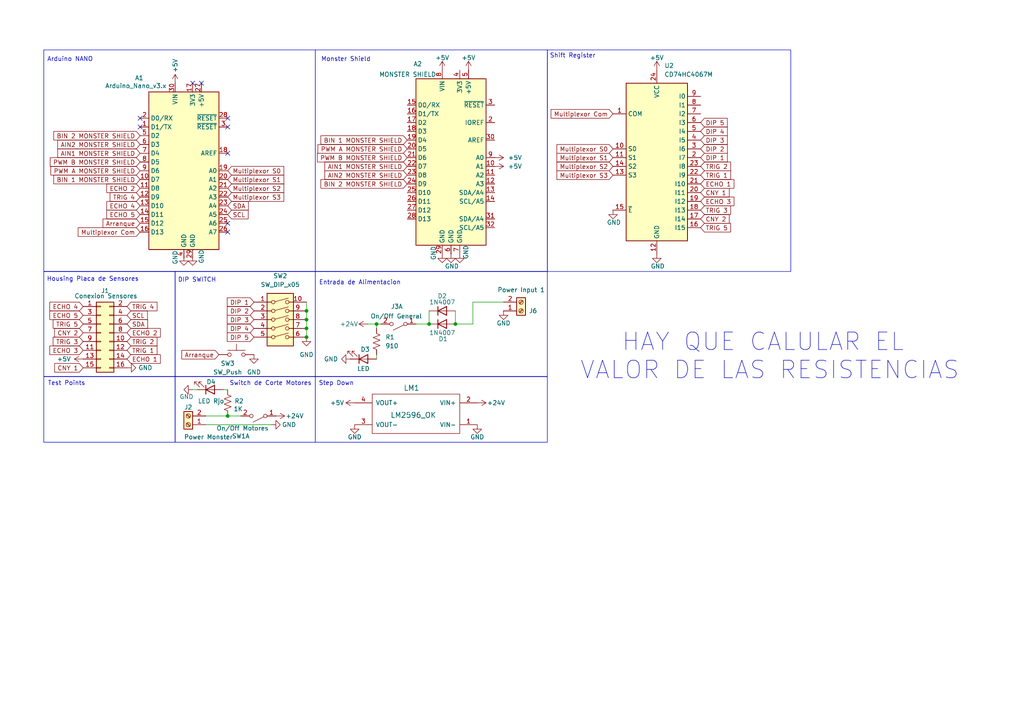
<source format=kicad_sch>
(kicad_sch (version 20231120) (generator "eeschema") (generator_version "8.0")
  (paper "A4")
  (lib_symbols
    (symbol "74xx:CD74HC4067M"
      (property "Reference" "U" (at -8.89 22.86 0))
      (property "Value" "CD74HC4067M" (at 1.27 22.86 0))
      (symbol "CD74HC4067M_0_1"
        (rectangle (start -8.89 21.59) (end 8.89 -24.13) (stroke (width 0.254)) (fill (type background)))
      )
      (symbol "CD74HC4067M_1_1"
        (pin passive line (at -12.7 12.7 0) (length 3.81) (name "COM") (number "1"))
        (pin input line (at -12.7 2.54 0) (length 3.81) (name "S0") (number "10"))
        (pin input line (at -12.7 0 0) (length 3.81) (name "S1") (number "11"))
        (pin power_in line (at 0 -27.94 90) (length 3.81) (name "GND") (number "12"))
        (pin input line (at -12.7 -5.08 0) (length 3.81) (name "S3") (number "13"))
        (pin input line (at -12.7 -2.54 0) (length 3.81) (name "S2") (number "14"))
        (pin input line (at -12.7 -15.24 0) (length 3.81) (name "~{E}") (number "15"))
        (pin passive line (at 12.7 -20.32 180) (length 3.81) (name "I15") (number "16"))
        (pin passive line (at 12.7 -17.78 180) (length 3.81) (name "I14") (number "17"))
        (pin passive line (at 12.7 -15.24 180) (length 3.81) (name "I13") (number "18"))
        (pin passive line (at 12.7 -12.7 180) (length 3.81) (name "I12") (number "19"))
        (pin passive line (at 12.7 0 180) (length 3.81) (name "I7") (number "2"))
        (pin passive line (at 12.7 -10.16 180) (length 3.81) (name "I11") (number "20"))
        (pin passive line (at 12.7 -7.62 180) (length 3.81) (name "I10") (number "21"))
        (pin passive line (at 12.7 -5.08 180) (length 3.81) (name "I9") (number "22"))
        (pin passive line (at 12.7 -2.54 180) (length 3.81) (name "I8") (number "23"))
        (pin power_in line (at 0 25.4 270) (length 3.81) (name "VCC") (number "24"))
        (pin passive line (at 12.7 2.54 180) (length 3.81) (name "I6") (number "3"))
        (pin passive line (at 12.7 5.08 180) (length 3.81) (name "I5") (number "4"))
        (pin passive line (at 12.7 7.62 180) (length 3.81) (name "I4") (number "5"))
        (pin passive line (at 12.7 10.16 180) (length 3.81) (name "I3") (number "6"))
        (pin passive line (at 12.7 12.7 180) (length 3.81) (name "I2") (number "7"))
        (pin passive line (at 12.7 15.24 180) (length 3.81) (name "I1") (number "8"))
        (pin passive line (at 12.7 17.78 180) (length 3.81) (name "I0") (number "9"))
      )
    )
    (symbol "Connector:Screw_Terminal_01x02" (pin_names (offset 1.016) hide)
      (property "Reference" "J" (at 0 2.54 0))
      (property "Value" "Screw_Terminal_01x02" (at 0 -5.08 0))
      (symbol "Screw_Terminal_01x02_1_1"
        (rectangle (start -1.27 1.27) (end 1.27 -3.81) (stroke (width 0.254)) (fill (type background)))
        (circle (center 0 -2.54) (radius 0.635) (stroke (width 0.1524)))
        (polyline (pts (xy -0.5334 -2.2098) (xy 0.3302 -3.048)) (stroke (width 0.1524)))
        (polyline (pts (xy -0.5334 0.3302) (xy 0.3302 -0.508)) (stroke (width 0.1524)))
        (polyline (pts (xy -0.3556 -2.032) (xy 0.508 -2.8702)) (stroke (width 0.1524)))
        (polyline (pts (xy -0.3556 0.508) (xy 0.508 -0.3302)) (stroke (width 0.1524)))
        (circle (center 0 0) (radius 0.635) (stroke (width 0.1524)))
        (pin passive line (at -5.08 0 0) (length 3.81) (name "Pin_1") (number "1"))
        (pin passive line (at -5.08 -2.54 0) (length 3.81) (name "Pin_2") (number "2"))
      )
    )
    (symbol "Connector_Generic:Conn_02x08_Odd_Even" (pin_names (offset 1.016) hide)
      (property "Reference" "J" (at 1.27 10.16 0))
      (property "Value" "Conn_02x08_Odd_Even" (at 1.27 -12.7 0))
      (symbol "Conn_02x08_Odd_Even_1_1"
        (rectangle (start -1.27 -10.033) (end 0 -10.287) (stroke (width 0.1524)))
        (rectangle (start -1.27 -7.493) (end 0 -7.747) (stroke (width 0.1524)))
        (rectangle (start -1.27 -4.953) (end 0 -5.207) (stroke (width 0.1524)))
        (rectangle (start -1.27 -2.413) (end 0 -2.667) (stroke (width 0.1524)))
        (rectangle (start -1.27 0.127) (end 0 -0.127) (stroke (width 0.1524)))
        (rectangle (start -1.27 2.667) (end 0 2.413) (stroke (width 0.1524)))
        (rectangle (start -1.27 5.207) (end 0 4.953) (stroke (width 0.1524)))
        (rectangle (start -1.27 7.747) (end 0 7.493) (stroke (width 0.1524)))
        (rectangle (start -1.27 8.89) (end 3.81 -11.43) (stroke (width 0.254)) (fill (type background)))
        (rectangle (start 3.81 -10.033) (end 2.54 -10.287) (stroke (width 0.1524)))
        (rectangle (start 3.81 -7.493) (end 2.54 -7.747) (stroke (width 0.1524)))
        (rectangle (start 3.81 -4.953) (end 2.54 -5.207) (stroke (width 0.1524)))
        (rectangle (start 3.81 -2.413) (end 2.54 -2.667) (stroke (width 0.1524)))
        (rectangle (start 3.81 0.127) (end 2.54 -0.127) (stroke (width 0.1524)))
        (rectangle (start 3.81 2.667) (end 2.54 2.413) (stroke (width 0.1524)))
        (rectangle (start 3.81 5.207) (end 2.54 4.953) (stroke (width 0.1524)))
        (rectangle (start 3.81 7.747) (end 2.54 7.493) (stroke (width 0.1524)))
        (pin passive line (at -5.08 7.62 0) (length 3.81) (name "Pin_1") (number "1"))
        (pin passive line (at 7.62 -2.54 180) (length 3.81) (name "Pin_10") (number "10"))
        (pin passive line (at -5.08 -5.08 0) (length 3.81) (name "Pin_11") (number "11"))
        (pin passive line (at 7.62 -5.08 180) (length 3.81) (name "Pin_12") (number "12"))
        (pin passive line (at -5.08 -7.62 0) (length 3.81) (name "Pin_13") (number "13"))
        (pin passive line (at 7.62 -7.62 180) (length 3.81) (name "Pin_14") (number "14"))
        (pin passive line (at -5.08 -10.16 0) (length 3.81) (name "Pin_15") (number "15"))
        (pin passive line (at 7.62 -10.16 180) (length 3.81) (name "Pin_16") (number "16"))
        (pin passive line (at 7.62 7.62 180) (length 3.81) (name "Pin_2") (number "2"))
        (pin passive line (at -5.08 5.08 0) (length 3.81) (name "Pin_3") (number "3"))
        (pin passive line (at 7.62 5.08 180) (length 3.81) (name "Pin_4") (number "4"))
        (pin passive line (at -5.08 2.54 0) (length 3.81) (name "Pin_5") (number "5"))
        (pin passive line (at 7.62 2.54 180) (length 3.81) (name "Pin_6") (number "6"))
        (pin passive line (at -5.08 0 0) (length 3.81) (name "Pin_7") (number "7"))
        (pin passive line (at 7.62 0 180) (length 3.81) (name "Pin_8") (number "8"))
        (pin passive line (at -5.08 -2.54 0) (length 3.81) (name "Pin_9") (number "9"))
      )
    )
    (symbol "Device:LED" (pin_numbers hide) (pin_names (offset 1.016) hide)
      (property "Reference" "D" (at 0 2.54 0))
      (property "Value" "LED" (at 0 -2.54 0))
      (symbol "LED_0_1"
        (polyline (pts (xy -1.27 -1.27) (xy -1.27 1.27)) (stroke (width 0.254)))
        (polyline (pts (xy -1.27 0) (xy 1.27 0)))
        (polyline (pts (xy 1.27 -1.27) (xy 1.27 1.27) (xy -1.27 0) (xy 1.27 -1.27)) (stroke (width 0.254)))
        (polyline (pts (xy -3.048 -0.762) (xy -4.572 -2.286) (xy -3.81 -2.286) (xy -4.572 -2.286) (xy -4.572 -1.524)))
        (polyline (pts (xy -1.778 -0.762) (xy -3.302 -2.286) (xy -2.54 -2.286) (xy -3.302 -2.286) (xy -3.302 -1.524)))
      )
      (symbol "LED_1_1"
        (pin passive line (at -3.81 0 0) (length 2.54) (name "K") (number "1"))
        (pin passive line (at 3.81 0 180) (length 2.54) (name "A") (number "2"))
      )
    )
    (symbol "Device:R_US" (pin_numbers hide) (pin_names (offset 0))
      (property "Reference" "R" (at 2.54 0 90))
      (property "Value" "R_US" (at -2.54 0 90))
      (symbol "R_US_0_1"
        (polyline (pts (xy 0 -2.286) (xy 0 -2.54)))
        (polyline (pts (xy 0 2.286) (xy 0 2.54)))
        (polyline (pts (xy 0 -0.762) (xy 1.016 -1.143) (xy 0 -1.524) (xy -1.016 -1.905) (xy 0 -2.286)))
        (polyline (pts (xy 0 0.762) (xy 1.016 0.381) (xy 0 0) (xy -1.016 -0.381) (xy 0 -0.762)))
        (polyline (pts (xy 0 2.286) (xy 1.016 1.905) (xy 0 1.524) (xy -1.016 1.143) (xy 0 0.762)))
      )
      (symbol "R_US_1_1"
        (pin passive line (at 0 3.81 270) (length 1.27) (name "~") (number "1"))
        (pin passive line (at 0 -3.81 90) (length 1.27) (name "~") (number "2"))
      )
    )
    (symbol "Diode:1N4007" (pin_numbers hide) (pin_names hide)
      (property "Reference" "D" (at 0 2.54 0))
      (property "Value" "1N4007" (at 0 -2.54 0))
      (symbol "1N4007_0_1"
        (polyline (pts (xy -1.27 1.27) (xy -1.27 -1.27)) (stroke (width 0.254)))
        (polyline (pts (xy 1.27 0) (xy -1.27 0)))
        (polyline (pts (xy 1.27 1.27) (xy 1.27 -1.27) (xy -1.27 0) (xy 1.27 1.27)) (stroke (width 0.254)))
      )
      (symbol "1N4007_1_1"
        (pin passive line (at -3.81 0 0) (length 2.54) (name "K") (number "1"))
        (pin passive line (at 3.81 0 180) (length 2.54) (name "A") (number "2"))
      )
    )
    (symbol "LM2596:LM2596_OK" (pin_names (offset 1.016))
      (property "Reference" "LM1" (at 7.366 -1.524 90))
      (property "Value" "LM2596_OK" (at 4.572 -1.27 90))
      (symbol "LM2596_OK_0_1"
        (rectangle (start -8.89 11.43) (end 2.54 -13.97))
      )
      (symbol "LM2596_OK_1_1"
        (pin input line (at 0 -19.05 90) (length 5.08) (name "VIN-") (number "1"))
        (pin input line (at -6.35 -19.05 90) (length 5.08) (name "VIN+") (number "2"))
        (pin input line (at 0 16.51 270) (length 5.08) (name "VOUT-") (number "3"))
        (pin input line (at -6.35 16.51 270) (length 5.08) (name "VOUT+") (number "4"))
      )
    )
    (symbol "MCU_Module:Arduino_Nano_v3.x"
      (property "Reference" "A" (at -10.16 23.495 0))
      (property "Value" "Arduino_Nano_v3.x" (at 5.08 -24.13 0))
      (symbol "Arduino_Nano_v3.x_0_1"
        (rectangle (start -10.16 22.86) (end 10.16 -22.86) (stroke (width 0.254)) (fill (type background)))
      )
      (symbol "Arduino_Nano_v3.x_1_1"
        (pin bidirectional line (at -12.7 12.7 0) (length 2.54) (name "D1/TX") (number "1"))
        (pin bidirectional line (at -12.7 -2.54 0) (length 2.54) (name "D7") (number "10"))
        (pin bidirectional line (at -12.7 -5.08 0) (length 2.54) (name "D8") (number "11"))
        (pin bidirectional line (at -12.7 -7.62 0) (length 2.54) (name "D9") (number "12"))
        (pin bidirectional line (at -12.7 -10.16 0) (length 2.54) (name "D10") (number "13"))
        (pin bidirectional line (at -12.7 -12.7 0) (length 2.54) (name "D11") (number "14"))
        (pin bidirectional line (at -12.7 -15.24 0) (length 2.54) (name "D12") (number "15"))
        (pin bidirectional line (at -12.7 -17.78 0) (length 2.54) (name "D13") (number "16"))
        (pin power_out line (at 2.54 25.4 270) (length 2.54) (name "3V3") (number "17"))
        (pin input line (at 12.7 5.08 180) (length 2.54) (name "AREF") (number "18"))
        (pin bidirectional line (at 12.7 0 180) (length 2.54) (name "A0") (number "19"))
        (pin bidirectional line (at -12.7 15.24 0) (length 2.54) (name "D0/RX") (number "2"))
        (pin bidirectional line (at 12.7 -2.54 180) (length 2.54) (name "A1") (number "20"))
        (pin bidirectional line (at 12.7 -5.08 180) (length 2.54) (name "A2") (number "21"))
        (pin bidirectional line (at 12.7 -7.62 180) (length 2.54) (name "A3") (number "22"))
        (pin bidirectional line (at 12.7 -10.16 180) (length 2.54) (name "A4") (number "23"))
        (pin bidirectional line (at 12.7 -12.7 180) (length 2.54) (name "A5") (number "24"))
        (pin bidirectional line (at 12.7 -15.24 180) (length 2.54) (name "A6") (number "25"))
        (pin bidirectional line (at 12.7 -17.78 180) (length 2.54) (name "A7") (number "26"))
        (pin power_out line (at 5.08 25.4 270) (length 2.54) (name "+5V") (number "27"))
        (pin input line (at 12.7 15.24 180) (length 2.54) (name "~{RESET}") (number "28"))
        (pin power_in line (at 2.54 -25.4 90) (length 2.54) (name "GND") (number "29"))
        (pin input line (at 12.7 12.7 180) (length 2.54) (name "~{RESET}") (number "3"))
        (pin power_in line (at -2.54 25.4 270) (length 2.54) (name "VIN") (number "30"))
        (pin power_in line (at 0 -25.4 90) (length 2.54) (name "GND") (number "4"))
        (pin bidirectional line (at -12.7 10.16 0) (length 2.54) (name "D2") (number "5"))
        (pin bidirectional line (at -12.7 7.62 0) (length 2.54) (name "D3") (number "6"))
        (pin bidirectional line (at -12.7 5.08 0) (length 2.54) (name "D4") (number "7"))
        (pin bidirectional line (at -12.7 2.54 0) (length 2.54) (name "D5") (number "8"))
        (pin bidirectional line (at -12.7 0 0) (length 2.54) (name "D6") (number "9"))
      )
    )
    (symbol "MCU_Module:Arduino_UNO_R3"
      (property "Reference" "A" (at -10.16 23.495 0))
      (property "Value" "Arduino_UNO_R3" (at 5.08 -26.67 0))
      (symbol "Arduino_UNO_R3_0_1"
        (rectangle (start -10.16 22.86) (end 10.16 -25.4) (stroke (width 0.254)) (fill (type background)))
      )
      (symbol "Arduino_UNO_R3_1_1"
        (pin no_connect line (at -10.16 -20.32 0) (length 2.54) hide (name "NC") (number "1"))
        (pin bidirectional line (at 12.7 -2.54 180) (length 2.54) (name "A1") (number "10"))
        (pin bidirectional line (at 12.7 -5.08 180) (length 2.54) (name "A2") (number "11"))
        (pin bidirectional line (at 12.7 -7.62 180) (length 2.54) (name "A3") (number "12"))
        (pin bidirectional line (at 12.7 -10.16 180) (length 2.54) (name "SDA/A4") (number "13"))
        (pin bidirectional line (at 12.7 -12.7 180) (length 2.54) (name "SCL/A5") (number "14"))
        (pin bidirectional line (at -12.7 15.24 0) (length 2.54) (name "D0/RX") (number "15"))
        (pin bidirectional line (at -12.7 12.7 0) (length 2.54) (name "D1/TX") (number "16"))
        (pin bidirectional line (at -12.7 10.16 0) (length 2.54) (name "D2") (number "17"))
        (pin bidirectional line (at -12.7 7.62 0) (length 2.54) (name "D3") (number "18"))
        (pin bidirectional line (at -12.7 5.08 0) (length 2.54) (name "D4") (number "19"))
        (pin output line (at 12.7 10.16 180) (length 2.54) (name "IOREF") (number "2"))
        (pin bidirectional line (at -12.7 2.54 0) (length 2.54) (name "D5") (number "20"))
        (pin bidirectional line (at -12.7 0 0) (length 2.54) (name "D6") (number "21"))
        (pin bidirectional line (at -12.7 -2.54 0) (length 2.54) (name "D7") (number "22"))
        (pin bidirectional line (at -12.7 -5.08 0) (length 2.54) (name "D8") (number "23"))
        (pin bidirectional line (at -12.7 -7.62 0) (length 2.54) (name "D9") (number "24"))
        (pin bidirectional line (at -12.7 -10.16 0) (length 2.54) (name "D10") (number "25"))
        (pin bidirectional line (at -12.7 -12.7 0) (length 2.54) (name "D11") (number "26"))
        (pin bidirectional line (at -12.7 -15.24 0) (length 2.54) (name "D12") (number "27"))
        (pin bidirectional line (at -12.7 -17.78 0) (length 2.54) (name "D13") (number "28"))
        (pin power_in line (at -2.54 -27.94 90) (length 2.54) (name "GND") (number "29"))
        (pin input line (at 12.7 15.24 180) (length 2.54) (name "~{RESET}") (number "3"))
        (pin input line (at 12.7 5.08 180) (length 2.54) (name "AREF") (number "30"))
        (pin bidirectional line (at 12.7 -17.78 180) (length 2.54) (name "SDA/A4") (number "31"))
        (pin bidirectional line (at 12.7 -20.32 180) (length 2.54) (name "SCL/A5") (number "32"))
        (pin power_out line (at 2.54 25.4 270) (length 2.54) (name "3V3") (number "4"))
        (pin power_out line (at 5.08 25.4 270) (length 2.54) (name "+5V") (number "5"))
        (pin power_in line (at 0 -27.94 90) (length 2.54) (name "GND") (number "6"))
        (pin power_in line (at 2.54 -27.94 90) (length 2.54) (name "GND") (number "7"))
        (pin power_in line (at -2.54 25.4 270) (length 2.54) (name "VIN") (number "8"))
        (pin bidirectional line (at 12.7 0 180) (length 2.54) (name "A0") (number "9"))
      )
    )
    (symbol "Switch:SW_DIP_x05" (pin_names (offset 0) hide)
      (property "Reference" "SW" (at 0 8.89 0))
      (property "Value" "SW_DIP_x05" (at 0 -8.89 0))
      (symbol "SW_DIP_x05_0_0"
        (circle (center -2.032 -5.08) (radius 0.508))
        (circle (center -2.032 -2.54) (radius 0.508))
        (circle (center -2.032 0) (radius 0.508))
        (circle (center -2.032 2.54) (radius 0.508))
        (circle (center -2.032 5.08) (radius 0.508))
        (polyline (pts (xy -1.524 -4.9276) (xy 2.3622 -3.8862)))
        (polyline (pts (xy -1.524 -2.3876) (xy 2.3622 -1.3462)))
        (polyline (pts (xy -1.524 0.127) (xy 2.3622 1.1684)))
        (polyline (pts (xy -1.524 2.667) (xy 2.3622 3.7084)))
        (polyline (pts (xy -1.524 5.207) (xy 2.3622 6.2484)))
        (circle (center 2.032 -5.08) (radius 0.508))
        (circle (center 2.032 -2.54) (radius 0.508))
        (circle (center 2.032 0) (radius 0.508))
        (circle (center 2.032 2.54) (radius 0.508))
        (circle (center 2.032 5.08) (radius 0.508))
      )
      (symbol "SW_DIP_x05_0_1"
        (rectangle (start -3.81 7.62) (end 3.81 -7.62) (stroke (width 0.254)) (fill (type background)))
      )
      (symbol "SW_DIP_x05_1_1"
        (pin passive line (at -7.62 5.08 0) (length 5.08) (name "~") (number "1"))
        (pin passive line (at 7.62 5.08 180) (length 5.08) (name "~") (number "10"))
        (pin passive line (at -7.62 2.54 0) (length 5.08) (name "~") (number "2"))
        (pin passive line (at -7.62 0 0) (length 5.08) (name "~") (number "3"))
        (pin passive line (at -7.62 -2.54 0) (length 5.08) (name "~") (number "4"))
        (pin passive line (at -7.62 -5.08 0) (length 5.08) (name "~") (number "5"))
        (pin passive line (at 7.62 -5.08 180) (length 5.08) (name "~") (number "6"))
        (pin passive line (at 7.62 -2.54 180) (length 5.08) (name "~") (number "7"))
        (pin passive line (at 7.62 0 180) (length 5.08) (name "~") (number "8"))
        (pin passive line (at 7.62 2.54 180) (length 5.08) (name "~") (number "9"))
      )
    )
    (symbol "Switch:SW_DPST_x2" (pin_names (offset 0) hide)
      (property "Reference" "SW" (at 0 3.175 0))
      (property "Value" "SW_DPST_x2" (at 0 -2.54 0))
      (symbol "SW_DPST_x2_0_0"
        (circle (center -2.032 0) (radius 0.508))
        (polyline (pts (xy -1.524 0.254) (xy 1.524 1.778)))
        (circle (center 2.032 0) (radius 0.508))
      )
      (symbol "SW_DPST_x2_1_1"
        (pin passive line (at -5.08 0 0) (length 2.54) (name "A") (number "1"))
        (pin passive line (at 5.08 0 180) (length 2.54) (name "B") (number "2"))
      )
      (symbol "SW_DPST_x2_2_1"
        (pin passive line (at -5.08 0 0) (length 2.54) (name "A") (number "3"))
        (pin passive line (at 5.08 0 180) (length 2.54) (name "B") (number "4"))
      )
    )
    (symbol "Switch:SW_Push" (pin_numbers hide) (pin_names (offset 1.016) hide)
      (property "Reference" "SW" (at 1.27 2.54 0))
      (property "Value" "SW_Push" (at 0 -1.524 0))
      (symbol "SW_Push_0_1"
        (circle (center -2.032 0) (radius 0.508))
        (polyline (pts (xy 0 1.27) (xy 0 3.048)))
        (polyline (pts (xy 2.54 1.27) (xy -2.54 1.27)))
        (circle (center 2.032 0) (radius 0.508))
        (pin passive line (at -5.08 0 0) (length 2.54) (name "1") (number "1"))
        (pin passive line (at 5.08 0 180) (length 2.54) (name "2") (number "2"))
      )
    )
    (symbol "power:+24V" (power) (pin_numbers hide) (pin_names (offset 0) hide)
      (property "Value" "+24V" (at 0 3.556 0))
      (symbol "+24V_0_1"
        (polyline (pts (xy -0.762 1.27) (xy 0 2.54)))
        (polyline (pts (xy 0 0) (xy 0 2.54)))
        (polyline (pts (xy 0 2.54) (xy 0.762 1.27)))
      )
      (symbol "+24V_1_1"
        (pin power_in line (at 0 0 90) (length 0) (name "~") (number "1"))
      )
    )
    (symbol "power:+5V" (power) (pin_numbers hide) (pin_names (offset 0) hide)
      (property "Value" "+5V" (at 0 3.556 0))
      (symbol "+5V_0_1"
        (polyline (pts (xy -0.762 1.27) (xy 0 2.54)))
        (polyline (pts (xy 0 0) (xy 0 2.54)))
        (polyline (pts (xy 0 2.54) (xy 0.762 1.27)))
      )
      (symbol "+5V_1_1"
        (pin power_in line (at 0 0 90) (length 0) (name "~") (number "1"))
      )
    )
    (symbol "power:GND" (power) (pin_numbers hide) (pin_names (offset 0) hide)
      (property "Value" "GND" (at 0 -3.81 0))
      (symbol "GND_0_1"
        (polyline (pts (xy 0 0) (xy 0 -1.27) (xy 1.27 -1.27) (xy 0 -2.54) (xy -1.27 -1.27) (xy 0 -1.27)))
      )
      (symbol "GND_1_1"
        (pin power_in line (at 0 0 270) (length 0) (name "~") (number "1"))
      )
    )
  )
  (junction (at 88.9 92.71))
  (junction (at 124.46 93.98))
  (junction (at 88.9 90.17))
  (junction (at 109.22 93.98))
  (junction (at 132.08 93.98))
  (junction (at 66.04 120.65))
  (junction (at 88.9 95.25))
  (junction (at 88.9 97.79))
  (no_connect (at 66.04 36.83))
  (no_connect (at 40.64 34.29))
  (no_connect (at 66.04 64.77))
  (no_connect (at 55.88 24.13))
  (no_connect (at 66.04 67.31))
  (no_connect (at 66.04 44.45))
  (no_connect (at 40.64 36.83))
  (no_connect (at 58.42 24.13))
  (no_connect (at 66.04 34.29))
  (wire (pts (xy 88.9 95.25) (xy 88.9 97.79)))
  (wire (pts (xy 146.05 87.63) (xy 137.16 87.63)))
  (wire (pts (xy 53.34 74.93) (xy 53.34 74.422)))
  (wire (pts (xy 106.68 93.98) (xy 109.22 93.98)))
  (wire (pts (xy 59.69 120.65) (xy 66.04 120.65)))
  (wire (pts (xy 109.22 93.98) (xy 110.49 93.98)))
  (wire (pts (xy 132.08 93.98) (xy 137.16 93.98)))
  (wire (pts (xy 88.9 92.71) (xy 88.9 95.25)))
  (wire (pts (xy 109.22 95.25) (xy 109.22 93.98)))
  (wire (pts (xy 124.46 90.17) (xy 124.46 93.98)))
  (wire (pts (xy 88.9 87.63) (xy 88.9 90.17)))
  (wire (pts (xy 109.22 102.87) (xy 109.22 104.14)))
  (wire (pts (xy 132.08 90.17) (xy 132.08 93.98)))
  (wire (pts (xy 78.74 123.19) (xy 59.69 123.19)))
  (wire (pts (xy 55.88 74.93) (xy 55.88 74.422)))
  (wire (pts (xy 66.04 120.65) (xy 69.85 120.65)))
  (wire (pts (xy 57.15 113.03) (xy 55.88 113.03)))
  (wire (pts (xy 66.04 113.03) (xy 64.77 113.03)))
  (wire (pts (xy 120.65 93.98) (xy 124.46 93.98)))
  (wire (pts (xy 88.9 90.17) (xy 88.9 92.71)))
  (wire (pts (xy 137.16 87.63) (xy 137.16 93.98)))
  (rectangle (start 50.8 78.74) (end 91.44 109.22))
  (rectangle (start 12.7 14.478) (end 91.44 78.74))
  (rectangle (start 91.44 109.22) (end 158.75 128.27))
  (rectangle (start 91.44 78.74) (end 158.75 109.22))
  (rectangle (start 12.7 109.22) (end 50.8 128.27))
  (rectangle (start 158.75 14.478) (end 229.362 78.74))
  (rectangle (start 50.8 109.22) (end 91.44 128.27))
  (rectangle (start 91.44 14.478) (end 158.75 78.74))
  (rectangle (start 12.7 78.74) (end 50.8 109.22))
  (text "Switch de Corte Motores" (at 78.486 111.252 0) (effects (font (size 1.27 1.27))))
  (text "Entrada de Alimentacion" (at 104.394 82.042 0) (effects (font (size 1.27 1.27))))
  (text "Shift Register" (at 166.116 16.256 0) (effects (font (size 1.27 1.27))))
  (text "Test Points\n" (at 19.304 111.252 0) (effects (font (size 1.27 1.27))))
  (text "Step Down\n" (at 97.536 111.252 0) (effects (font (size 1.27 1.27))))
  (text "Housing Placa de Sensores" (at 26.924 81.026 0) (effects (font (size 1.27 1.27))))
  (text "HAY QUE CALULAR EL \nVALOR DE LAS RESISTENCIAS" (at 223.266 103.378 0) (effects (font (size 5.08 5.08))))
  (text "Monster Shield\n" (at 100.33 17.272 0) (effects (font (size 1.27 1.27))))
  (text "Arduino NANO\n" (at 20.32 17.272 0) (effects (font (size 1.27 1.27))))
  (text "DIP SWITCH" (at 57.15 81.28 0) (effects (font (size 1.27 1.27))))
  (global_label "ECHO 2" (shape input) (at 36.83 96.52 0) (property "Intersheetrefs" "${INTERSHEET_REFS}" (effects (hide yes))))
  (global_label "TRIG 3" (shape input) (at 203.2 60.96 0) (property "Intersheetrefs" "${INTERSHEET_REFS}" (effects (hide yes))))
  (global_label "CNY 1" (shape input) (at 24.13 106.68 180) (property "Intersheetrefs" "${INTERSHEET_REFS}" (effects (hide yes))))
  (global_label "Multiplexor S2" (shape input) (at 177.8 48.26 180) (property "Intersheetrefs" "${INTERSHEET_REFS}" (effects (hide yes))))
  (global_label "ECHO 2" (shape input) (at 40.64 54.61 180) (property "Intersheetrefs" "${INTERSHEET_REFS}" (effects (hide yes))))
  (global_label "Multiplexor Com" (shape input) (at 177.8 33.02 180) (property "Intersheetrefs" "${INTERSHEET_REFS}" (effects (hide yes))))
  (global_label "TRIG 1" (shape input) (at 36.83 101.6 0) (property "Intersheetrefs" "${INTERSHEET_REFS}" (effects (hide yes))))
  (global_label "SDA" (shape input) (at 36.83 93.98 0) (property "Intersheetrefs" "${INTERSHEET_REFS}" (effects (hide yes))))
  (global_label "SCL" (shape input) (at 36.83 91.44 0) (property "Intersheetrefs" "${INTERSHEET_REFS}" (effects (hide yes))))
  (global_label "ECHO 4" (shape input) (at 24.13 88.9 180) (property "Intersheetrefs" "${INTERSHEET_REFS}" (effects (hide yes))))
  (global_label "BIN 1 MONSTER SHIELD" (shape input) (at 118.11 40.64 180) (property "Intersheetrefs" "${INTERSHEET_REFS}" (effects (hide yes))))
  (global_label "BIN 2 MONSTER SHIELD" (shape input) (at 40.64 39.37 180) (property "Intersheetrefs" "${INTERSHEET_REFS}" (effects (hide yes))))
  (global_label "TRIG 5" (shape input) (at 203.2 66.04 0) (property "Intersheetrefs" "${INTERSHEET_REFS}" (effects (hide yes))))
  (global_label "DIP 1" (shape input) (at 203.2 45.72 0) (property "Intersheetrefs" "${INTERSHEET_REFS}" (effects (hide yes))))
  (global_label "ECHO 4" (shape input) (at 40.64 59.69 180) (property "Intersheetrefs" "${INTERSHEET_REFS}" (effects (hide yes))))
  (global_label "Arranque" (shape input) (at 40.64 64.77 180) (property "Intersheetrefs" "${INTERSHEET_REFS}" (effects (hide yes))))
  (global_label "DIP 2" (shape input) (at 73.66 90.17 180) (property "Intersheetrefs" "${INTERSHEET_REFS}" (effects (hide yes))))
  (global_label "Multiplexor S3" (shape input) (at 177.8 50.8 180) (property "Intersheetrefs" "${INTERSHEET_REFS}" (effects (hide yes))))
  (global_label "TRIG 2" (shape input) (at 203.2 48.26 0) (property "Intersheetrefs" "${INTERSHEET_REFS}" (effects (hide yes))))
  (global_label "Multiplexor S0" (shape input) (at 177.8 43.18 180) (property "Intersheetrefs" "${INTERSHEET_REFS}" (effects (hide yes))))
  (global_label "PWM B MONSTER SHIELD" (shape input) (at 40.64 46.99 180) (property "Intersheetrefs" "${INTERSHEET_REFS}" (effects (hide yes))))
  (global_label "TRIG 3" (shape input) (at 24.13 99.06 180) (property "Intersheetrefs" "${INTERSHEET_REFS}" (effects (hide yes))))
  (global_label "PWM A MONSTER SHIELD" (shape input) (at 118.11 43.18 180) (property "Intersheetrefs" "${INTERSHEET_REFS}" (effects (hide yes))))
  (global_label "DIP 5" (shape input) (at 73.66 97.79 180) (property "Intersheetrefs" "${INTERSHEET_REFS}" (effects (hide yes))))
  (global_label "ECHO 3" (shape input) (at 24.13 101.6 180) (property "Intersheetrefs" "${INTERSHEET_REFS}" (effects (hide yes))))
  (global_label "TRIG 1" (shape input) (at 203.2 50.8 0) (property "Intersheetrefs" "${INTERSHEET_REFS}" (effects (hide yes))))
  (global_label "SCL" (shape input) (at 66.04 62.23 0) (property "Intersheetrefs" "${INTERSHEET_REFS}" (effects (hide yes))))
  (global_label "TRIG 4" (shape input) (at 40.64 57.15 180) (property "Intersheetrefs" "${INTERSHEET_REFS}" (effects (hide yes))))
  (global_label "DIP 1" (shape input) (at 73.66 87.63 180) (property "Intersheetrefs" "${INTERSHEET_REFS}" (effects (hide yes))))
  (global_label "DIP 2" (shape input) (at 203.2 43.18 0) (property "Intersheetrefs" "${INTERSHEET_REFS}" (effects (hide yes))))
  (global_label "CNY 2" (shape input) (at 24.13 96.52 180) (property "Intersheetrefs" "${INTERSHEET_REFS}" (effects (hide yes))))
  (global_label "DIP 4" (shape input) (at 203.2 38.1 0) (property "Intersheetrefs" "${INTERSHEET_REFS}" (effects (hide yes))))
  (global_label "ECHO 1" (shape input) (at 203.2 53.34 0) (property "Intersheetrefs" "${INTERSHEET_REFS}" (effects (hide yes))))
  (global_label "TRIG 2" (shape input) (at 36.83 99.06 0) (property "Intersheetrefs" "${INTERSHEET_REFS}" (effects (hide yes))))
  (global_label "DIP 5" (shape input) (at 203.2 35.56 0) (property "Intersheetrefs" "${INTERSHEET_REFS}" (effects (hide yes))))
  (global_label "ECHO 5" (shape input) (at 24.13 91.44 180) (property "Intersheetrefs" "${INTERSHEET_REFS}" (effects (hide yes))))
  (global_label "PWM B MONSTER SHIELD" (shape input) (at 118.11 45.72 180) (property "Intersheetrefs" "${INTERSHEET_REFS}" (effects (hide yes))))
  (global_label "Multiplexor S1" (shape input) (at 177.8 45.72 180) (property "Intersheetrefs" "${INTERSHEET_REFS}" (effects (hide yes))))
  (global_label "DIP 3" (shape input) (at 203.2 40.64 0) (property "Intersheetrefs" "${INTERSHEET_REFS}" (effects (hide yes))))
  (global_label "TRIG 5" (shape input) (at 24.13 93.98 180) (property "Intersheetrefs" "${INTERSHEET_REFS}" (effects (hide yes))))
  (global_label "AIN1 MONSTER SHIELD" (shape input) (at 40.64 44.45 180) (property "Intersheetrefs" "${INTERSHEET_REFS}" (effects (hide yes))))
  (global_label "AIN1 MONSTER SHIELD" (shape input) (at 118.11 48.26 180) (property "Intersheetrefs" "${INTERSHEET_REFS}" (effects (hide yes))))
  (global_label "Multiplexor S2" (shape input) (at 66.04 54.61 0) (property "Intersheetrefs" "${INTERSHEET_REFS}" (effects (hide yes))))
  (global_label "CNY 1" (shape input) (at 203.2 55.88 0) (property "Intersheetrefs" "${INTERSHEET_REFS}" (effects (hide yes))))
  (global_label "SDA" (shape input) (at 66.04 59.69 0) (property "Intersheetrefs" "${INTERSHEET_REFS}" (effects (hide yes))))
  (global_label "Arranque" (shape input) (at 63.5 102.87 180) (property "Intersheetrefs" "${INTERSHEET_REFS}" (effects (hide yes))))
  (global_label "ECHO 3" (shape input) (at 203.2 58.42 0) (property "Intersheetrefs" "${INTERSHEET_REFS}" (effects (hide yes))))
  (global_label "Multiplexor Com" (shape input) (at 40.64 67.31 180) (property "Intersheetrefs" "${INTERSHEET_REFS}" (effects (hide yes))))
  (global_label "CNY 2" (shape input) (at 203.2 63.5 0) (property "Intersheetrefs" "${INTERSHEET_REFS}" (effects (hide yes))))
  (global_label "BIN 1 MONSTER SHIELD" (shape input) (at 40.64 52.07 180) (property "Intersheetrefs" "${INTERSHEET_REFS}" (effects (hide yes))))
  (global_label "DIP 4" (shape input) (at 73.66 95.25 180) (property "Intersheetrefs" "${INTERSHEET_REFS}" (effects (hide yes))))
  (global_label "PWM A MONSTER SHIELD" (shape input) (at 40.64 49.53 180) (property "Intersheetrefs" "${INTERSHEET_REFS}" (effects (hide yes))))
  (global_label "AIN2 MONSTER SHIELD" (shape input) (at 118.11 50.8 180) (property "Intersheetrefs" "${INTERSHEET_REFS}" (effects (hide yes))))
  (global_label "ECHO 5" (shape input) (at 40.64 62.23 180) (property "Intersheetrefs" "${INTERSHEET_REFS}" (effects (hide yes))))
  (global_label "Multiplexor S1" (shape input) (at 66.04 52.07 0) (property "Intersheetrefs" "${INTERSHEET_REFS}" (effects (hide yes))))
  (global_label "BIN 2 MONSTER SHIELD" (shape input) (at 118.11 53.34 180) (property "Intersheetrefs" "${INTERSHEET_REFS}" (effects (hide yes))))
  (global_label "DIP 3" (shape input) (at 73.66 92.71 180) (property "Intersheetrefs" "${INTERSHEET_REFS}" (effects (hide yes))))
  (global_label "Multiplexor S0" (shape input) (at 66.04 49.53 0) (property "Intersheetrefs" "${INTERSHEET_REFS}" (effects (hide yes))))
  (global_label "TRIG 4" (shape input) (at 36.83 88.9 0) (property "Intersheetrefs" "${INTERSHEET_REFS}" (effects (hide yes))))
  (global_label "Multiplexor S3" (shape input) (at 66.04 57.15 0) (property "Intersheetrefs" "${INTERSHEET_REFS}" (effects (hide yes))))
  (global_label "ECHO 1" (shape input) (at 36.83 104.14 0) (property "Intersheetrefs" "${INTERSHEET_REFS}" (effects (hide yes))))
  (global_label "AIN2 MONSTER SHIELD" (shape input) (at 40.64 41.91 180) (property "Intersheetrefs" "${INTERSHEET_REFS}" (effects (hide yes))))
  (symbol (lib_id "power:+24V") (at 80.01 120.65 270) (unit 1)
    (property "Reference" "#PWR027" (effects (hide yes)))
    (property "Value" "+24V" (at 82.804 120.65 90) (effects (justify left)))
    (property "Description" "Power symbol creates a global label with name \"+24V\"" (effects (hide yes)))
  )
  (symbol (lib_id "Diode:1N4007") (at 128.27 93.98 0) (unit 1)
    (property "Reference" "D1" (at 128.524 98.298 0))
    (property "Value" "1N4007" (at 128.27 96.52 0))
    (property "Footprint" "Diode_THT:D_DO-41_SOD81_P10.16mm_Horizontal" (effects (hide yes)))
    (property "Datasheet" "http://www.vishay.com/docs/88503/1n4001.pdf" (effects (hide yes)))
    (property "Description" "1000V 1A General Purpose Rectifier Diode, DO-41" (effects (hide yes)))
    (property "Sim.Device" "D" (effects (hide yes)))
    (property "Sim.Pins" "1=K 2=A" (effects (hide yes)))
  )
  (symbol (lib_id "power:+5V") (at 143.51 45.72 270) (unit 1)
    (property "Reference" "#PWR019" (effects (hide yes)))
    (property "Value" "+5V" (at 147.32 45.7199 90) (effects (justify left)))
    (property "Description" "Power symbol creates a global label with name \"+5V\"" (effects (hide yes)))
  )
  (symbol (lib_id "Switch:SW_DPST_x2") (at 115.57 93.98 180) (unit 1)
    (property "Reference" "J3" (at 116.84 88.9 0) (effects (justify left)))
    (property "Value" "On/Off General" (at 122.428 91.694 0) (effects (justify left)))
    (property "Footprint" "TerminalBlock:TerminalBlock_bornier-2_P5.08mm" (effects (hide yes)))
    (property "Description" "Single Pole Single Throw (SPST) switch, separate symbol" (effects (hide yes)))
  )
  (symbol (lib_id "power:GND") (at 55.88 113.03 270) (unit 1)
    (property "Reference" "#PWR017" (effects (hide yes)))
    (property "Value" "GND" (at 56.134 115.062 90) (effects (justify right)))
    (property "Description" "Power symbol creates a global label with name \"GND\" , ground" (effects (hide yes)))
  )
  (symbol (lib_id "power:GND") (at 128.27 73.66 0) (unit 1)
    (property "Reference" "#PWR07" (effects (hide yes)))
    (property "Value" "GND" (at 125.73 73.406 90))
    (property "Description" "Power symbol creates a global label with name \"GND\" , ground" (effects (hide yes)))
  )
  (symbol (lib_id "power:+5V") (at 24.13 104.14 90) (unit 1)
    (property "Reference" "#PWR010" (effects (hide yes)))
    (property "Value" "+5V" (at 20.574 104.1399 90) (effects (justify left)))
    (property "Description" "Power symbol creates a global label with name \"+5V\"" (effects (hide yes)))
  )
  (symbol (lib_id "Device:LED") (at 60.96 113.03 0) (mirror x) (unit 1)
    (property "Reference" "D4" (at 61.214 110.744 0))
    (property "Value" "LED Rjo" (at 61.214 116.332 0))
    (property "Footprint" "LED_THT:LED_D5.0mm_Horizontal_O1.27mm_Z3.0mm" (effects (hide yes)))
    (property "Description" "Light emitting diode" (effects (hide yes)))
  )
  (symbol (lib_id "power:+24V") (at 138.43 116.84 270) (unit 1)
    (property "Reference" "#PWR028" (effects (hide yes)))
    (property "Value" "+24V" (at 141.224 116.84 90) (effects (justify left)))
    (property "Description" "Power symbol creates a global label with name \"+24V\"" (effects (hide yes)))
  )
  (symbol (lib_id "power:GND") (at 73.66 102.87 0) (unit 1)
    (property "Reference" "#PWR021" (effects (hide yes)))
    (property "Value" "GND" (at 73.66 107.95 0))
    (property "Description" "Power symbol creates a global label with name \"GND\" , ground" (effects (hide yes)))
  )
  (symbol (lib_id "LM2596:LM2596_OK") (at 119.38 123.19 90) (mirror x) (unit 1)
    (property "Reference" "LM1" (at 119.38 112.522 90) (effects (font (size 1.524 1.524))))
    (property "Value" "LM2596_OK" (at 119.888 120.396 90) (effects (font (size 1.524 1.524))))
    (property "Footprint" "StepDown:StepDown" (effects (hide yes)))
  )
  (symbol (lib_id "power:+5V") (at 102.87 116.84 90) (unit 1)
    (property "Reference" "#PWR05" (effects (hide yes)))
    (property "Value" "+5V" (at 99.822 116.84 90) (effects (justify left)))
    (property "Description" "Power symbol creates a global label with name \"+5V\"" (effects (hide yes)))
  )
  (symbol (lib_id "Switch:SW_DPST_x2") (at 74.93 120.65 180) (unit 1)
    (property "Reference" "SW1" (at 69.85 126.492 0))
    (property "Value" "On/Off Motores" (at 70.358 124.206 0))
    (property "Footprint" "Button_Switch_THT:SW_Slide_SPDT_Angled_CK_OS102011MA1Q" (effects (hide yes)))
    (property "Description" "Single Pole Single Throw (SPST) switch, separate symbol" (effects (hide yes)))
  )
  (symbol (lib_id "power:GND") (at 146.05 90.17 0) (unit 1)
    (property "Reference" "#PWR02" (effects (hide yes)))
    (property "Value" "GND" (at 146.05 93.726 0))
    (property "Description" "Power symbol creates a global label with name \"GND\" , ground" (effects (hide yes)))
  )
  (symbol (lib_id "power:GND") (at 138.43 123.19 0) (unit 1)
    (property "Reference" "#PWR015" (effects (hide yes)))
    (property "Value" "GND" (at 138.43 126.746 0))
    (property "Description" "Power symbol creates a global label with name \"GND\" , ground" (effects (hide yes)))
  )
  (symbol (lib_id "Connector_Generic:Conn_02x08_Odd_Even") (at 29.21 96.52 0) (unit 1)
    (property "Reference" "J1" (at 30.48 84.328 0))
    (property "Value" "Conexion Sensores" (at 30.734 85.852 0))
    (property "Footprint" "Connector_PinHeader_2.54mm:PinHeader_2x08_P2.54mm_Horizontal" (effects (hide yes)))
    (property "Description" "Generic connector, double row, 02x08, odd/even pin numbering scheme (row 1 odd numbers, row 2 even numbers), script generated (kicad-library-utils/schlib/autogen/connector/)" (effects (hide yes)))
  )
  (symbol (lib_id "Diode:1N4007") (at 128.27 90.17 0) (unit 1)
    (property "Reference" "D2" (at 128.27 85.852 0))
    (property "Value" "1N4007" (at 128.27 87.63 0))
    (property "Footprint" "Diode_THT:D_DO-41_SOD81_P10.16mm_Horizontal" (effects (hide yes)))
    (property "Datasheet" "http://www.vishay.com/docs/88503/1n4001.pdf" (effects (hide yes)))
    (property "Description" "1000V 1A General Purpose Rectifier Diode, DO-41" (effects (hide yes)))
    (property "Sim.Device" "D" (effects (hide yes)))
    (property "Sim.Pins" "1=K 2=A" (effects (hide yes)))
  )
  (symbol (lib_id "Device:R_US") (at 66.04 116.84 180) (unit 1)
    (property "Reference" "R2" (at 69.342 116.332 0))
    (property "Value" "1K" (at 69.088 118.618 0))
    (property "Footprint" "Resistor_THT:R_Axial_DIN0204_L3.6mm_D1.6mm_P7.62mm_Horizontal" (effects (hide yes)))
    (property "Description" "Resistor, US symbol" (effects (hide yes)))
  )
  (symbol (lib_id "power:GND") (at 88.9 97.79 0) (unit 1)
    (property "Reference" "#PWR01" (effects (hide yes)))
    (property "Value" "GND" (at 88.9 102.87 0))
    (property "Description" "Power symbol creates a global label with name \"GND\" , ground" (effects (hide yes)))
  )
  (symbol (lib_id "power:+24V") (at 106.68 93.98 90) (unit 1)
    (property "Reference" "#PWR026" (effects (hide yes)))
    (property "Value" "+24V" (at 103.886 93.98 90) (effects (justify left)))
    (property "Description" "Power symbol creates a global label with name \"+24V\"" (effects (hide yes)))
  )
  (symbol (lib_id "power:+5V") (at 190.5 20.32 0) (unit 1)
    (property "Reference" "#PWR032" (effects (hide yes)))
    (property "Value" "+5V" (at 190.5 16.764 0))
    (property "Description" "Power symbol creates a global label with name \"+5V\"" (effects (hide yes)))
  )
  (symbol (lib_id "power:GND") (at 78.74 123.19 90) (unit 1)
    (property "Reference" "#PWR011" (effects (hide yes)))
    (property "Value" "GND" (at 81.788 123.19 90) (effects (justify right)))
    (property "Description" "Power symbol creates a global label with name \"GND\" , ground" (effects (hide yes)))
  )
  (symbol (lib_id "Device:LED") (at 105.41 104.14 0) (mirror x) (unit 1)
    (property "Reference" "D3" (at 105.918 101.346 0))
    (property "Value" "LED" (at 105.41 106.934 0))
    (property "Footprint" "LED_THT:LED_D5.0mm_Horizontal_O1.27mm_Z3.0mm" (effects (hide yes)))
    (property "Description" "Light emitting diode" (effects (hide yes)))
  )
  (symbol (lib_id "Switch:SW_Push") (at 68.58 102.87 0) (unit 1)
    (property "Reference" "SW3" (at 66.04 105.41 0))
    (property "Value" "SW_Push" (at 66.04 107.95 0))
    (property "Footprint" "Button_Switch_THT:SW_PUSH_6mm" (effects (hide yes)))
    (property "Description" "Push button switch, generic, two pins" (effects (hide yes)))
  )
  (symbol (lib_id "power:GND") (at 130.81 73.66 0) (unit 1)
    (property "Reference" "#PWR08" (effects (hide yes)))
    (property "Value" "GND" (at 131.064 77.216 0))
    (property "Description" "Power symbol creates a global label with name \"GND\" , ground" (effects (hide yes)))
  )
  (symbol (lib_id "power:GND") (at 101.6 104.14 270) (unit 1)
    (property "Reference" "#PWR016" (effects (hide yes)))
    (property "Value" "GND" (at 98.044 104.14 90) (effects (justify right)))
    (property "Description" "Power symbol creates a global label with name \"GND\" , ground" (effects (hide yes)))
  )
  (symbol (lib_id "power:GND") (at 190.5 73.66 0) (unit 1)
    (property "Reference" "#PWR031" (effects (hide yes)))
    (property "Value" "GND" (at 190.754 77.216 0))
    (property "Description" "Power symbol creates a global label with name \"GND\" , ground" (effects (hide yes)))
  )
  (symbol (lib_id "Device:R_US") (at 109.22 99.06 0) (unit 1)
    (property "Reference" "R1" (at 111.76 97.7899 0) (effects (justify left)))
    (property "Value" "910" (at 111.76 100.3299 0) (effects (justify left)))
    (property "Footprint" "Resistor_THT:R_Axial_DIN0204_L3.6mm_D1.6mm_P7.62mm_Horizontal" (effects (hide yes)))
    (property "Description" "Resistor, US symbol" (effects (hide yes)))
  )
  (symbol (lib_id "power:+5V") (at 128.27 20.32 0) (unit 1)
    (property "Reference" "#PWR025" (effects (hide yes)))
    (property "Value" "+5V" (at 128.27 16.764 0))
    (property "Description" "Power symbol creates a global label with name \"+5V\"" (effects (hide yes)))
  )
  (symbol (lib_id "Connector:Screw_Terminal_01x02") (at 151.13 90.17 0) (mirror x) (unit 1)
    (property "Reference" "J6" (at 153.416 90.1701 0) (effects (justify left)))
    (property "Value" "Power Input 1" (at 144.272 84.074 0) (effects (justify left)))
    (property "Footprint" "Connector_AMASS:AMASS_XT60-M_1x02_P7.20mm_Vertical" (effects (hide yes)))
    (property "Description" "Generic screw terminal, single row, 01x02, script generated (kicad-library-utils/schlib/autogen/connector/)" (effects (hide yes)))
  )
  (symbol (lib_id "power:GND") (at 55.88 74.422 0) (unit 1)
    (property "Reference" "#PWR04" (effects (hide yes)))
    (property "Value" "GND" (at 58.42 74.422 90))
    (property "Description" "Power symbol creates a global label with name \"GND\" , ground" (effects (hide yes)))
  )
  (symbol (lib_id "power:GND") (at 53.34 74.422 0) (unit 1)
    (property "Reference" "#PWR03" (effects (hide yes)))
    (property "Value" "GND" (at 50.8 74.676 90))
    (property "Description" "Power symbol creates a global label with name \"GND\" , ground" (effects (hide yes)))
  )
  (symbol (lib_id "Connector:Screw_Terminal_01x02") (at 54.61 123.19 180) (unit 1)
    (property "Reference" "J2" (at 54.61 118.11 0))
    (property "Value" "Power Monster" (at 60.452 126.746 0))
    (property "Footprint" "TerminalBlock:TerminalBlock_bornier-2_P5.08mm" (effects (hide yes)))
    (property "Description" "Generic screw terminal, single row, 01x02, script generated (kicad-library-utils/schlib/autogen/connector/)" (effects (hide yes)))
  )
  (symbol (lib_id "power:GND") (at 177.8 60.96 0) (unit 1)
    (property "Reference" "#PWR033" (effects (hide yes)))
    (property "Value" "GND" (at 178.054 64.516 0))
    (property "Description" "Power symbol creates a global label with name \"GND\" , ground" (effects (hide yes)))
  )
  (symbol (lib_id "power:GND") (at 133.35 73.66 0) (unit 1)
    (property "Reference" "#PWR09" (effects (hide yes)))
    (property "Value" "GND" (at 135.128 73.152 90))
    (property "Description" "Power symbol creates a global label with name \"GND\" , ground" (effects (hide yes)))
  )
  (symbol (lib_id "MCU_Module:Arduino_Nano_v3.x") (at 53.34 49.53 0) (unit 1)
    (property "Reference" "A1" (at 39.116 22.606 0) (effects (justify left)))
    (property "Value" "Arduino_Nano_v3.x" (at 30.48 24.892 0) (effects (justify left)))
    (property "Footprint" "Module:Arduino_Nano" (effects (hide yes)))
    (property "Datasheet" "http://www.mouser.com/pdfdocs/Gravitech_Arduino_Nano3_0.pdf" (effects (hide yes)))
    (property "Description" "Arduino Nano v3.x" (effects (hide yes)))
  )
  (symbol (lib_id "74xx:CD74HC4067M") (at 190.5 45.72 0) (unit 1)
    (property "Reference" "U2" (at 192.6941 19.05 0) (effects (justify left)))
    (property "Value" "CD74HC4067M" (at 192.6941 21.59 0) (effects (justify left)))
    (property "Footprint" "Package_SO:SOIC-24W_7.5x15.4mm_P1.27mm" (effects (hide yes)))
    (property "Datasheet" "http://www.ti.com/lit/ds/symlink/cd74hc4067.pdf" (effects (hide yes)))
    (property "Description" "High-Speed CMOS Logic 16-Channel Analog Multiplexer/Demultiplexer, SOIC-24" (effects (hide yes)))
  )
  (symbol (lib_id "MCU_Module:Arduino_UNO_R3") (at 130.81 45.72 0) (unit 1)
    (property "Reference" "A2" (at 119.888 18.542 0) (effects (justify left)))
    (property "Value" "MONSTER SHIELD" (at 109.982 21.59 0) (effects (justify left)))
    (property "Footprint" "Module:Arduino_UNO_R3" (effects (hide yes)))
    (property "Datasheet" "https://www.arduino.cc/en/Main/arduinoBoardUno" (effects (hide yes)))
    (property "Description" "Arduino UNO Microcontroller Module, release 3" (effects (hide yes)))
  )
  (symbol (lib_id "power:GND") (at 102.87 123.19 0) (unit 1)
    (property "Reference" "#PWR014" (effects (hide yes)))
    (property "Value" "GND" (at 102.87 126.746 0))
    (property "Description" "Power symbol creates a global label with name \"GND\" , ground" (effects (hide yes)))
  )
  (symbol (lib_id "power:+5V") (at 50.8 24.13 0) (unit 1)
    (property "Reference" "#PWR029" (effects (hide yes)))
    (property "Value" "+5V" (at 50.8 21.082 90) (effects (justify left)))
    (property "Description" "Power symbol creates a global label with name \"+5V\"" (effects (hide yes)))
  )
  (symbol (lib_id "power:+5V") (at 143.51 48.26 270) (unit 1)
    (property "Reference" "#PWR018" (effects (hide yes)))
    (property "Value" "+5V" (at 147.32 48.2599 90) (effects (justify left)))
    (property "Description" "Power symbol creates a global label with name \"+5V\"" (effects (hide yes)))
  )
  (symbol (lib_id "power:+5V") (at 135.89 20.32 0) (unit 1)
    (property "Reference" "#PWR06" (effects (hide yes)))
    (property "Value" "+5V" (at 135.89 16.764 0))
    (property "Description" "Power symbol creates a global label with name \"+5V\"" (effects (hide yes)))
  )
  (symbol (lib_id "Switch:SW_DIP_x05") (at 81.28 92.71 0) (unit 1)
    (property "Reference" "SW2" (at 81.28 80.01 0))
    (property "Value" "SW_DIP_x05" (at 81.28 82.55 0))
    (property "Footprint" "Button_Switch_THT:SW_DIP_SPSTx05_Slide_9.78x14.88mm_W7.62mm_P2.54mm" (effects (hide yes)))
    (property "Description" "5x DIP Switch, Single Pole Single Throw (SPST) switch, small symbol" (effects (hide yes)))
  )
  (symbol (lib_id "power:GND") (at 36.83 106.68 90) (unit 1)
    (property "Reference" "#PWR012" (effects (hide yes)))
    (property "Value" "GND" (at 42.164 106.68 90))
    (property "Description" "Power symbol creates a global label with name \"GND\" , ground" (effects (hide yes)))
  )
)
</source>
